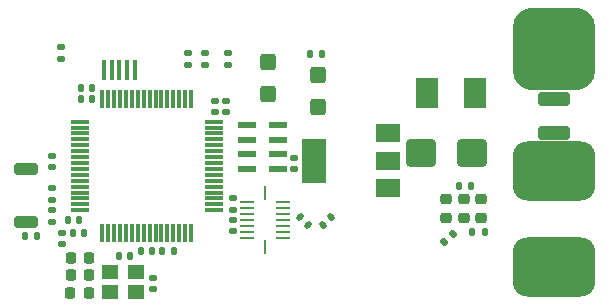
<source format=gtp>
G04 #@! TF.GenerationSoftware,KiCad,Pcbnew,7.0.6*
G04 #@! TF.CreationDate,2023-12-21T05:01:06+03:00*
G04 #@! TF.ProjectId,Penguin Junior,50656e67-7569-46e2-904a-756e696f722e,rev?*
G04 #@! TF.SameCoordinates,Original*
G04 #@! TF.FileFunction,Paste,Top*
G04 #@! TF.FilePolarity,Positive*
%FSLAX46Y46*%
G04 Gerber Fmt 4.6, Leading zero omitted, Abs format (unit mm)*
G04 Created by KiCad (PCBNEW 7.0.6) date 2023-12-21 05:01:06*
%MOMM*%
%LPD*%
G01*
G04 APERTURE LIST*
G04 Aperture macros list*
%AMRoundRect*
0 Rectangle with rounded corners*
0 $1 Rounding radius*
0 $2 $3 $4 $5 $6 $7 $8 $9 X,Y pos of 4 corners*
0 Add a 4 corners polygon primitive as box body*
4,1,4,$2,$3,$4,$5,$6,$7,$8,$9,$2,$3,0*
0 Add four circle primitives for the rounded corners*
1,1,$1+$1,$2,$3*
1,1,$1+$1,$4,$5*
1,1,$1+$1,$6,$7*
1,1,$1+$1,$8,$9*
0 Add four rect primitives between the rounded corners*
20,1,$1+$1,$2,$3,$4,$5,0*
20,1,$1+$1,$4,$5,$6,$7,0*
20,1,$1+$1,$6,$7,$8,$9,0*
20,1,$1+$1,$8,$9,$2,$3,0*%
G04 Aperture macros list end*
%ADD10RoundRect,0.140000X-0.170000X0.140000X-0.170000X-0.140000X0.170000X-0.140000X0.170000X0.140000X0*%
%ADD11RoundRect,0.250000X0.425000X-0.450000X0.425000X0.450000X-0.425000X0.450000X-0.425000X-0.450000X0*%
%ADD12RoundRect,0.140000X-0.021213X0.219203X-0.219203X0.021213X0.021213X-0.219203X0.219203X-0.021213X0*%
%ADD13RoundRect,0.218750X-0.218750X-0.256250X0.218750X-0.256250X0.218750X0.256250X-0.218750X0.256250X0*%
%ADD14RoundRect,0.250000X1.000000X0.900000X-1.000000X0.900000X-1.000000X-0.900000X1.000000X-0.900000X0*%
%ADD15RoundRect,1.250000X-2.250000X1.250000X-2.250000X-1.250000X2.250000X-1.250000X2.250000X1.250000X0*%
%ADD16RoundRect,1.750000X-1.750000X-1.750000X1.750000X-1.750000X1.750000X1.750000X-1.750000X1.750000X0*%
%ADD17RoundRect,0.075000X0.075000X-0.700000X0.075000X0.700000X-0.075000X0.700000X-0.075000X-0.700000X0*%
%ADD18RoundRect,0.075000X0.700000X-0.075000X0.700000X0.075000X-0.700000X0.075000X-0.700000X-0.075000X0*%
%ADD19RoundRect,0.218750X-0.256250X0.218750X-0.256250X-0.218750X0.256250X-0.218750X0.256250X0.218750X0*%
%ADD20RoundRect,0.140000X0.170000X-0.140000X0.170000X0.140000X-0.170000X0.140000X-0.170000X-0.140000X0*%
%ADD21RoundRect,0.250000X-1.100000X0.325000X-1.100000X-0.325000X1.100000X-0.325000X1.100000X0.325000X0*%
%ADD22RoundRect,0.135000X0.185000X-0.135000X0.185000X0.135000X-0.185000X0.135000X-0.185000X-0.135000X0*%
%ADD23RoundRect,0.135000X0.135000X0.185000X-0.135000X0.185000X-0.135000X-0.185000X0.135000X-0.185000X0*%
%ADD24R,1.900000X2.500000*%
%ADD25RoundRect,0.140000X0.219203X0.021213X0.021213X0.219203X-0.219203X-0.021213X-0.021213X-0.219203X0*%
%ADD26RoundRect,0.250000X0.750000X0.250000X-0.750000X0.250000X-0.750000X-0.250000X0.750000X-0.250000X0*%
%ADD27RoundRect,0.140000X0.140000X0.170000X-0.140000X0.170000X-0.140000X-0.170000X0.140000X-0.170000X0*%
%ADD28R,0.400000X1.800000*%
%ADD29RoundRect,0.135000X-0.135000X-0.185000X0.135000X-0.185000X0.135000X0.185000X-0.135000X0.185000X0*%
%ADD30R,1.500000X0.550000*%
%ADD31RoundRect,0.140000X-0.140000X-0.170000X0.140000X-0.170000X0.140000X0.170000X-0.140000X0.170000X0*%
%ADD32R,1.400000X1.200000*%
%ADD33RoundRect,0.218750X0.218750X0.256250X-0.218750X0.256250X-0.218750X-0.256250X0.218750X-0.256250X0*%
%ADD34R,2.000000X1.500000*%
%ADD35R,2.000000X3.800000*%
%ADD36RoundRect,0.062500X0.525000X0.062500X-0.525000X0.062500X-0.525000X-0.062500X0.525000X-0.062500X0*%
%ADD37RoundRect,0.062500X0.062500X-0.525000X0.062500X0.525000X-0.062500X0.525000X-0.062500X-0.525000X0*%
%ADD38RoundRect,0.135000X-0.185000X0.135000X-0.185000X-0.135000X0.185000X-0.135000X0.185000X0.135000X0*%
%ADD39RoundRect,0.135000X0.035355X-0.226274X0.226274X-0.035355X-0.035355X0.226274X-0.226274X0.035355X0*%
G04 APERTURE END LIST*
D10*
X114780000Y-103020000D03*
X114780000Y-103980000D03*
D11*
X132170000Y-91210000D03*
X132170000Y-88510000D03*
D12*
X137498822Y-101690589D03*
X136820000Y-102369411D03*
D13*
X115492500Y-106600000D03*
X117067500Y-106600000D03*
D10*
X122470000Y-106810000D03*
X122470000Y-107770000D03*
D14*
X149455000Y-96280000D03*
X145155000Y-96280000D03*
D15*
X156455000Y-97807000D03*
X156455000Y-105910000D03*
D10*
X128640000Y-91800000D03*
X128640000Y-92760000D03*
D16*
X156455000Y-87410000D03*
D17*
X118175000Y-103015000D03*
X118675000Y-103015000D03*
X119175000Y-103015000D03*
X119675000Y-103015000D03*
X120175000Y-103015000D03*
X120675000Y-103015000D03*
X121175000Y-103015000D03*
X121675000Y-103015000D03*
X122175000Y-103015000D03*
X122675000Y-103015000D03*
X123175000Y-103015000D03*
X123675000Y-103015000D03*
X124175000Y-103015000D03*
X124675000Y-103015000D03*
X125175000Y-103015000D03*
X125675000Y-103015000D03*
D18*
X127600000Y-101090000D03*
X127600000Y-100590000D03*
X127600000Y-100090000D03*
X127600000Y-99590000D03*
X127600000Y-99090000D03*
X127600000Y-98590000D03*
X127600000Y-98090000D03*
X127600000Y-97590000D03*
X127600000Y-97090000D03*
X127600000Y-96590000D03*
X127600000Y-96090000D03*
X127600000Y-95590000D03*
X127600000Y-95090000D03*
X127600000Y-94590000D03*
X127600000Y-94090000D03*
X127600000Y-93590000D03*
D17*
X125675000Y-91665000D03*
X125175000Y-91665000D03*
X124675000Y-91665000D03*
X124175000Y-91665000D03*
X123675000Y-91665000D03*
X123175000Y-91665000D03*
X122675000Y-91665000D03*
X122175000Y-91665000D03*
X121675000Y-91665000D03*
X121175000Y-91665000D03*
X120675000Y-91665000D03*
X120175000Y-91665000D03*
X119675000Y-91665000D03*
X119175000Y-91665000D03*
X118675000Y-91665000D03*
X118175000Y-91665000D03*
D18*
X116250000Y-93590000D03*
X116250000Y-94090000D03*
X116250000Y-94590000D03*
X116250000Y-95090000D03*
X116250000Y-95590000D03*
X116250000Y-96090000D03*
X116250000Y-96590000D03*
X116250000Y-97090000D03*
X116250000Y-97590000D03*
X116250000Y-98090000D03*
X116250000Y-98590000D03*
X116250000Y-99090000D03*
X116250000Y-99590000D03*
X116250000Y-100090000D03*
X116250000Y-100590000D03*
X116250000Y-101090000D03*
D19*
X150220000Y-100162500D03*
X150220000Y-101737500D03*
D20*
X129210000Y-102870000D03*
X129210000Y-101910000D03*
D21*
X156455000Y-91633500D03*
X156455000Y-94583500D03*
D19*
X147300000Y-100162500D03*
X147300000Y-101737500D03*
D20*
X129210000Y-101050000D03*
X129210000Y-100090000D03*
D22*
X126860000Y-88790000D03*
X126860000Y-87770000D03*
X128810000Y-88800000D03*
X128810000Y-87780000D03*
D23*
X149350000Y-99000000D03*
X148330000Y-99000000D03*
D19*
X148760000Y-100162500D03*
X148760000Y-101737500D03*
D24*
X149755000Y-91180000D03*
X145655000Y-91180000D03*
D25*
X135559411Y-102369411D03*
X134880589Y-101690589D03*
D11*
X136420000Y-92320000D03*
X136420000Y-89620000D03*
D26*
X111740000Y-102085000D03*
X111740000Y-97635000D03*
D27*
X122400000Y-104500000D03*
X121440000Y-104500000D03*
D28*
X120900000Y-89182000D03*
X120250000Y-89182000D03*
X119600000Y-89182000D03*
X118950000Y-89182000D03*
X118300000Y-89182000D03*
D29*
X135790000Y-87820000D03*
X136810000Y-87820000D03*
D10*
X127720000Y-91800000D03*
X127720000Y-92760000D03*
D30*
X133080000Y-97610000D03*
X133080000Y-96360000D03*
X133080000Y-95110000D03*
X133080000Y-93860000D03*
X130430000Y-93860000D03*
X130430000Y-95110000D03*
X130430000Y-96360000D03*
X130430000Y-97610000D03*
D31*
X115670000Y-103050000D03*
X116630000Y-103050000D03*
D22*
X125400000Y-88790000D03*
X125400000Y-87770000D03*
X113890000Y-100230000D03*
X113890000Y-99210000D03*
D31*
X115270000Y-101950000D03*
X116230000Y-101950000D03*
D32*
X118810000Y-107980000D03*
X121010000Y-107980000D03*
X121010000Y-106280000D03*
X118810000Y-106280000D03*
D31*
X116380000Y-91630000D03*
X117340000Y-91630000D03*
D29*
X111590000Y-103280000D03*
X112610000Y-103280000D03*
D13*
X115492500Y-105140000D03*
X117067500Y-105140000D03*
D33*
X117027500Y-108060000D03*
X115452500Y-108060000D03*
D20*
X134380000Y-97610000D03*
X134380000Y-96650000D03*
D34*
X142395000Y-99180000D03*
X142395000Y-96880000D03*
D35*
X136095000Y-96880000D03*
D34*
X142395000Y-94580000D03*
D31*
X116380000Y-90710000D03*
X117340000Y-90710000D03*
D36*
X130445000Y-103410000D03*
X130445000Y-102910000D03*
X130445000Y-102410000D03*
X130445000Y-101910000D03*
X130445000Y-101410000D03*
X130445000Y-100910000D03*
X130445000Y-100410000D03*
D37*
X131960000Y-99645000D03*
D36*
X133475000Y-100410000D03*
X133475000Y-100910000D03*
X133475000Y-101410000D03*
X133475000Y-101910000D03*
X133475000Y-102410000D03*
X133475000Y-102910000D03*
X133475000Y-103410000D03*
D37*
X131960000Y-104175000D03*
D22*
X114640000Y-88290000D03*
X114640000Y-87270000D03*
D23*
X150530000Y-102900000D03*
X149510000Y-102900000D03*
D31*
X119590000Y-104970000D03*
X120550000Y-104970000D03*
X123260000Y-104500000D03*
X124220000Y-104500000D03*
D38*
X113890000Y-101070000D03*
X113890000Y-102090000D03*
D10*
X113890000Y-96490000D03*
X113890000Y-97450000D03*
D39*
X147139376Y-103780624D03*
X147860624Y-103059376D03*
M02*

</source>
